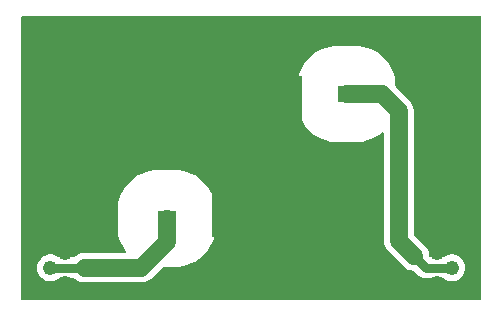
<source format=gtl>
G04 #@! TF.GenerationSoftware,KiCad,Pcbnew,8.0.3*
G04 #@! TF.CreationDate,2024-07-11T10:58:03+02:00*
G04 #@! TF.ProjectId,145MHz_BPF,3134354d-487a-45f4-9250-462e6b696361,rev?*
G04 #@! TF.SameCoordinates,Original*
G04 #@! TF.FileFunction,Copper,L1,Top*
G04 #@! TF.FilePolarity,Positive*
%FSLAX46Y46*%
G04 Gerber Fmt 4.6, Leading zero omitted, Abs format (unit mm)*
G04 Created by KiCad (PCBNEW 8.0.3) date 2024-07-11 10:58:03*
%MOMM*%
%LPD*%
G01*
G04 APERTURE LIST*
G04 Aperture macros list*
%AMRoundRect*
0 Rectangle with rounded corners*
0 $1 Rounding radius*
0 $2 $3 $4 $5 $6 $7 $8 $9 X,Y pos of 4 corners*
0 Add a 4 corners polygon primitive as box body*
4,1,4,$2,$3,$4,$5,$6,$7,$8,$9,$2,$3,0*
0 Add four circle primitives for the rounded corners*
1,1,$1+$1,$2,$3*
1,1,$1+$1,$4,$5*
1,1,$1+$1,$6,$7*
1,1,$1+$1,$8,$9*
0 Add four rect primitives between the rounded corners*
20,1,$1+$1,$2,$3,$4,$5,0*
20,1,$1+$1,$4,$5,$6,$7,0*
20,1,$1+$1,$6,$7,$8,$9,0*
20,1,$1+$1,$8,$9,$2,$3,0*%
G04 Aperture macros list end*
G04 #@! TA.AperFunction,SMDPad,CuDef*
%ADD10R,1.524000X1.397000*%
G04 #@! TD*
G04 #@! TA.AperFunction,ComponentPad*
%ADD11C,1.016000*%
G04 #@! TD*
G04 #@! TA.AperFunction,SMDPad,CuDef*
%ADD12R,13.208000X5.664200*%
G04 #@! TD*
G04 #@! TA.AperFunction,SMDPad,CuDef*
%ADD13R,18.796000X2.387600*%
G04 #@! TD*
G04 #@! TA.AperFunction,ComponentPad*
%ADD14C,1.240000*%
G04 #@! TD*
G04 #@! TA.AperFunction,ComponentPad*
%ADD15RoundRect,0.250000X-0.550000X-0.550000X0.550000X-0.550000X0.550000X0.550000X-0.550000X0.550000X0*%
G04 #@! TD*
G04 #@! TA.AperFunction,ViaPad*
%ADD16C,0.600000*%
G04 #@! TD*
G04 #@! TA.AperFunction,Conductor*
%ADD17C,1.500000*%
G04 #@! TD*
G04 #@! TA.AperFunction,Conductor*
%ADD18C,0.800000*%
G04 #@! TD*
G04 APERTURE END LIST*
D10*
X113080000Y-52094500D03*
X113080000Y-62635500D03*
D11*
X113842000Y-63715000D03*
X112318000Y-63715000D03*
X108762000Y-51015000D03*
X107238000Y-51015000D03*
D10*
X108000000Y-52094500D03*
X108000000Y-62635500D03*
D11*
X108762000Y-63715000D03*
X107238000Y-63715000D03*
X103682000Y-51015000D03*
X102158000Y-51015000D03*
D10*
X102920000Y-52094500D03*
X102920000Y-62635500D03*
D11*
X103682000Y-63715000D03*
X102158000Y-63715000D03*
X98602000Y-51015000D03*
X97078000Y-51015000D03*
D10*
X97840000Y-52094500D03*
D12*
X102666000Y-53339100D03*
D11*
X113080000Y-56730000D03*
X110540000Y-56730000D03*
X108000000Y-56730000D03*
X105460000Y-56730000D03*
X102920000Y-56730000D03*
X100380000Y-56730000D03*
X97840000Y-56730000D03*
D13*
X105460000Y-57365000D03*
D11*
X113080000Y-58000000D03*
X110540000Y-58000000D03*
X108000000Y-58000000D03*
X105460000Y-58000000D03*
X102920000Y-58000000D03*
X100380000Y-58000000D03*
X97840000Y-58000000D03*
D12*
X108254000Y-61390900D03*
D10*
X97840000Y-62635500D03*
D14*
X122000000Y-66800000D03*
X120730000Y-68070000D03*
X123270000Y-68070000D03*
X120730000Y-65530000D03*
X123270000Y-65530000D03*
D15*
X104700000Y-67000000D03*
X122000000Y-59800000D03*
X88000000Y-59800000D03*
D14*
X88000000Y-66800000D03*
X86730000Y-68070000D03*
X89270000Y-68070000D03*
X86730000Y-65530000D03*
X89270000Y-65530000D03*
D16*
X86000000Y-58000000D03*
X96000000Y-46000000D03*
X86000000Y-64000000D03*
X124000000Y-50000000D03*
X110000000Y-69000000D03*
X124000000Y-52000000D03*
X114000000Y-69000000D03*
X118000000Y-69000000D03*
X122000000Y-69000000D03*
X86000000Y-46000000D03*
X124000000Y-56000000D03*
X104000000Y-46000000D03*
X92000000Y-69000000D03*
X96000000Y-69000000D03*
X102000000Y-46000000D03*
X124000000Y-62000000D03*
X92000000Y-46000000D03*
X124000000Y-46000000D03*
X86000000Y-60000000D03*
X110000000Y-46000000D03*
X88000000Y-69000000D03*
X102000000Y-69000000D03*
X124000000Y-64000000D03*
X86000000Y-52000000D03*
X98000000Y-46000000D03*
X124000000Y-48000000D03*
X86000000Y-48000000D03*
X94000000Y-69000000D03*
X116000000Y-46000000D03*
X88000000Y-46000000D03*
X112000000Y-69000000D03*
X118000000Y-46000000D03*
X86000000Y-56000000D03*
X112000000Y-46000000D03*
X104000000Y-69000000D03*
X86000000Y-62000000D03*
X94000000Y-46000000D03*
X106000000Y-46000000D03*
X124000000Y-58000000D03*
X116000000Y-69000000D03*
X98000000Y-69000000D03*
X108000000Y-46000000D03*
X86000000Y-54000000D03*
X114000000Y-46000000D03*
X124000000Y-54000000D03*
X122000000Y-46000000D03*
X90000000Y-46000000D03*
X100000000Y-69000000D03*
X100000000Y-46000000D03*
X108000000Y-69000000D03*
X120000000Y-46000000D03*
X124000000Y-60000000D03*
X106000000Y-69000000D03*
X86000000Y-50000000D03*
D17*
X97840000Y-64660000D02*
X97840000Y-62635500D01*
X95700000Y-66800000D02*
X97840000Y-64660000D01*
D18*
X88000000Y-66800000D02*
X90300000Y-66800000D01*
D17*
X95700000Y-66800000D02*
X90900000Y-66800000D01*
X116094500Y-52094500D02*
X117500000Y-53500000D01*
X117500000Y-64500000D02*
X118800000Y-65800000D01*
D18*
X122000000Y-66800000D02*
X119800000Y-66800000D01*
D17*
X117500000Y-53500000D02*
X117500000Y-64500000D01*
D18*
X119800000Y-66800000D02*
X118800000Y-65800000D01*
D17*
X113080000Y-52094500D02*
X116094500Y-52094500D01*
G04 #@! TA.AperFunction,Conductor*
G36*
X124442539Y-45520185D02*
G01*
X124488294Y-45572989D01*
X124499500Y-45624500D01*
X124499500Y-69375500D01*
X124479815Y-69442539D01*
X124427011Y-69488294D01*
X124375500Y-69499500D01*
X85624500Y-69499500D01*
X85557461Y-69479815D01*
X85511706Y-69427011D01*
X85500500Y-69375500D01*
X85500500Y-66799999D01*
X86874700Y-66799999D01*
X86874700Y-66800000D01*
X86893859Y-67006772D01*
X86950688Y-67206502D01*
X86950693Y-67206515D01*
X87043252Y-67392397D01*
X87168390Y-67558107D01*
X87168392Y-67558110D01*
X87321850Y-67698005D01*
X87321852Y-67698006D01*
X87321855Y-67698009D01*
X87421609Y-67759774D01*
X87498407Y-67807325D01*
X87498409Y-67807326D01*
X87498411Y-67807327D01*
X87692047Y-67882342D01*
X87896170Y-67920500D01*
X87896172Y-67920500D01*
X88103828Y-67920500D01*
X88103830Y-67920500D01*
X88307953Y-67882342D01*
X88501589Y-67807327D01*
X88644125Y-67719072D01*
X88709402Y-67700500D01*
X89980664Y-67700500D01*
X90047703Y-67720185D01*
X90068345Y-67736819D01*
X90085354Y-67753828D01*
X90244595Y-67869524D01*
X90327455Y-67911743D01*
X90419970Y-67958882D01*
X90419972Y-67958882D01*
X90419975Y-67958884D01*
X90520317Y-67991487D01*
X90607173Y-68019709D01*
X90801578Y-68050500D01*
X90801583Y-68050500D01*
X95798422Y-68050500D01*
X95992826Y-68019709D01*
X96180026Y-67958884D01*
X96355405Y-67869524D01*
X96514646Y-67753828D01*
X97519455Y-66749019D01*
X97580778Y-66715534D01*
X97607136Y-66712700D01*
X98724070Y-66712700D01*
X98724078Y-66712700D01*
X98876614Y-66706500D01*
X98876621Y-66706499D01*
X98876622Y-66706499D01*
X98918977Y-66700728D01*
X99239635Y-66657039D01*
X99595181Y-66568619D01*
X99939083Y-66442276D01*
X100267309Y-66279491D01*
X100576010Y-66082173D01*
X100861568Y-65852635D01*
X101120635Y-65593568D01*
X101303434Y-65366154D01*
X101350170Y-65308014D01*
X101350176Y-65308005D01*
X101447716Y-65155405D01*
X101547491Y-64999309D01*
X101710276Y-64671083D01*
X101836619Y-64327181D01*
X101925039Y-63971635D01*
X101974500Y-63608614D01*
X101980700Y-63456078D01*
X101980700Y-61814922D01*
X101974500Y-61662386D01*
X101925039Y-61299365D01*
X101836619Y-60943819D01*
X101710276Y-60599917D01*
X101547491Y-60271691D01*
X101350173Y-59962990D01*
X101350170Y-59962985D01*
X101120643Y-59677442D01*
X101120635Y-59677432D01*
X100861568Y-59418365D01*
X100861557Y-59418356D01*
X100576014Y-59188829D01*
X100576005Y-59188823D01*
X100267312Y-58991511D01*
X100267302Y-58991505D01*
X99939090Y-58828727D01*
X99939087Y-58828726D01*
X99939083Y-58828724D01*
X99595181Y-58702381D01*
X99239635Y-58613961D01*
X99239631Y-58613960D01*
X99239630Y-58613960D01*
X98876622Y-58564500D01*
X98800346Y-58561400D01*
X98724078Y-58558300D01*
X96955922Y-58558300D01*
X96884140Y-58561217D01*
X96803377Y-58564500D01*
X96440369Y-58613960D01*
X96440366Y-58613960D01*
X96440365Y-58613961D01*
X96084819Y-58702381D01*
X95740912Y-58828726D01*
X95740909Y-58828727D01*
X95412697Y-58991505D01*
X95412687Y-58991511D01*
X95103994Y-59188823D01*
X95103985Y-59188829D01*
X94818442Y-59418356D01*
X94818426Y-59418370D01*
X94559370Y-59677426D01*
X94559356Y-59677442D01*
X94329829Y-59962985D01*
X94329823Y-59962994D01*
X94132511Y-60271687D01*
X94132505Y-60271697D01*
X93969727Y-60599909D01*
X93969726Y-60599912D01*
X93969724Y-60599917D01*
X93843381Y-60943819D01*
X93754961Y-61299365D01*
X93754960Y-61299369D01*
X93705500Y-61662377D01*
X93699300Y-61814929D01*
X93699300Y-63456070D01*
X93705500Y-63608622D01*
X93752970Y-63957022D01*
X93754961Y-63971635D01*
X93843381Y-64327181D01*
X93969724Y-64671083D01*
X93969726Y-64671087D01*
X93969727Y-64671090D01*
X94132505Y-64999302D01*
X94132511Y-64999312D01*
X94329823Y-65308005D01*
X94329829Y-65308014D01*
X94361821Y-65347813D01*
X94388480Y-65412397D01*
X94375990Y-65481141D01*
X94328316Y-65532220D01*
X94265174Y-65549500D01*
X90801578Y-65549500D01*
X90607173Y-65580290D01*
X90419970Y-65641117D01*
X90244594Y-65730476D01*
X90158993Y-65792670D01*
X90085354Y-65846172D01*
X90085352Y-65846174D01*
X90085351Y-65846174D01*
X90068345Y-65863181D01*
X90007022Y-65896666D01*
X89980664Y-65899500D01*
X88709402Y-65899500D01*
X88644125Y-65880927D01*
X88501592Y-65792674D01*
X88501583Y-65792670D01*
X88396584Y-65751994D01*
X88307953Y-65717658D01*
X88103830Y-65679500D01*
X87896170Y-65679500D01*
X87692047Y-65717658D01*
X87498416Y-65792670D01*
X87498407Y-65792674D01*
X87321856Y-65901990D01*
X87321850Y-65901994D01*
X87168392Y-66041889D01*
X87168390Y-66041892D01*
X87043252Y-66207602D01*
X86950693Y-66393484D01*
X86950688Y-66393497D01*
X86893859Y-66593227D01*
X86874700Y-66799999D01*
X85500500Y-66799999D01*
X85500500Y-51273929D01*
X108939300Y-51273929D01*
X108939300Y-52915070D01*
X108945500Y-53067622D01*
X108994960Y-53430630D01*
X108994961Y-53430635D01*
X109083381Y-53786181D01*
X109209724Y-54130083D01*
X109209726Y-54130087D01*
X109209727Y-54130090D01*
X109372505Y-54458302D01*
X109372511Y-54458312D01*
X109569823Y-54767005D01*
X109569829Y-54767014D01*
X109799356Y-55052557D01*
X109799365Y-55052568D01*
X110058432Y-55311635D01*
X110058442Y-55311643D01*
X110343985Y-55541170D01*
X110343994Y-55541176D01*
X110498340Y-55639832D01*
X110652691Y-55738491D01*
X110980917Y-55901276D01*
X111324819Y-56027619D01*
X111680365Y-56116039D01*
X111936890Y-56150990D01*
X112043377Y-56165499D01*
X112043379Y-56165499D01*
X112043386Y-56165500D01*
X112195922Y-56171700D01*
X112195930Y-56171700D01*
X113964070Y-56171700D01*
X113964078Y-56171700D01*
X114116614Y-56165500D01*
X114116621Y-56165499D01*
X114116622Y-56165499D01*
X114158977Y-56159728D01*
X114479635Y-56116039D01*
X114835181Y-56027619D01*
X115179083Y-55901276D01*
X115507309Y-55738491D01*
X115816010Y-55541173D01*
X116047815Y-55354842D01*
X116112396Y-55328185D01*
X116181141Y-55340675D01*
X116232219Y-55388349D01*
X116249500Y-55451491D01*
X116249500Y-64598422D01*
X116280290Y-64792826D01*
X116341117Y-64980030D01*
X116424968Y-65144595D01*
X116430476Y-65155405D01*
X116546172Y-65314646D01*
X117985355Y-66753829D01*
X118144595Y-66869524D01*
X118227454Y-66911742D01*
X118319969Y-66958882D01*
X118319971Y-66958882D01*
X118319974Y-66958884D01*
X118420318Y-66991487D01*
X118507173Y-67019709D01*
X118701579Y-67050500D01*
X118701584Y-67050500D01*
X118725639Y-67050500D01*
X118792678Y-67070185D01*
X118813320Y-67086819D01*
X119100536Y-67374035D01*
X119225965Y-67499464D01*
X119225966Y-67499465D01*
X119373446Y-67598009D01*
X119373450Y-67598011D01*
X119373453Y-67598013D01*
X119413607Y-67614645D01*
X119413608Y-67614646D01*
X119413609Y-67614646D01*
X119537334Y-67665895D01*
X119698766Y-67698005D01*
X119711304Y-67700499D01*
X119711308Y-67700500D01*
X119711309Y-67700500D01*
X119888692Y-67700500D01*
X121290598Y-67700500D01*
X121355875Y-67719073D01*
X121498407Y-67807325D01*
X121498409Y-67807326D01*
X121498411Y-67807327D01*
X121692047Y-67882342D01*
X121896170Y-67920500D01*
X121896172Y-67920500D01*
X122103828Y-67920500D01*
X122103830Y-67920500D01*
X122307953Y-67882342D01*
X122501589Y-67807327D01*
X122678145Y-67698009D01*
X122831607Y-67558110D01*
X122956749Y-67392394D01*
X123049311Y-67206505D01*
X123106140Y-67006773D01*
X123125300Y-66800000D01*
X123106140Y-66593227D01*
X123049311Y-66393495D01*
X122956749Y-66207606D01*
X122956748Y-66207605D01*
X122956747Y-66207602D01*
X122831609Y-66041892D01*
X122831607Y-66041889D01*
X122678149Y-65901994D01*
X122678143Y-65901990D01*
X122669544Y-65896666D01*
X122587994Y-65846172D01*
X122501592Y-65792674D01*
X122501583Y-65792670D01*
X122396584Y-65751994D01*
X122307953Y-65717658D01*
X122103830Y-65679500D01*
X121896170Y-65679500D01*
X121692047Y-65717658D01*
X121498416Y-65792670D01*
X121498407Y-65792674D01*
X121355875Y-65880927D01*
X121290598Y-65899500D01*
X120224362Y-65899500D01*
X120157323Y-65879815D01*
X120136680Y-65863180D01*
X120086818Y-65813317D01*
X120053334Y-65751994D01*
X120050500Y-65725637D01*
X120050500Y-65701578D01*
X120019709Y-65507173D01*
X119958882Y-65319969D01*
X119869523Y-65144594D01*
X119753829Y-64985355D01*
X118786819Y-64018345D01*
X118753334Y-63957022D01*
X118750500Y-63930664D01*
X118750500Y-53401577D01*
X118732586Y-53288483D01*
X118719709Y-53207174D01*
X118719708Y-53207170D01*
X118719708Y-53207169D01*
X118660391Y-53024612D01*
X118659329Y-53020847D01*
X118569523Y-52844594D01*
X118453828Y-52685354D01*
X117257019Y-51488545D01*
X117223534Y-51427222D01*
X117220700Y-51400864D01*
X117220700Y-51273929D01*
X117220700Y-51273922D01*
X117214500Y-51121386D01*
X117165039Y-50758365D01*
X117076619Y-50402819D01*
X116950276Y-50058917D01*
X116787491Y-49730691D01*
X116590173Y-49421990D01*
X116590170Y-49421985D01*
X116360643Y-49136442D01*
X116360635Y-49136432D01*
X116101568Y-48877365D01*
X116101557Y-48877356D01*
X115816014Y-48647829D01*
X115816005Y-48647823D01*
X115507312Y-48450511D01*
X115507302Y-48450505D01*
X115179090Y-48287727D01*
X115179087Y-48287726D01*
X115179083Y-48287724D01*
X114835181Y-48161381D01*
X114479635Y-48072961D01*
X114479631Y-48072960D01*
X114479630Y-48072960D01*
X114116622Y-48023500D01*
X114040346Y-48020400D01*
X113964078Y-48017300D01*
X112195922Y-48017300D01*
X112124140Y-48020217D01*
X112043377Y-48023500D01*
X111680369Y-48072960D01*
X111680366Y-48072960D01*
X111680365Y-48072961D01*
X111324819Y-48161381D01*
X110980912Y-48287726D01*
X110980909Y-48287727D01*
X110652697Y-48450505D01*
X110652687Y-48450511D01*
X110343994Y-48647823D01*
X110343985Y-48647829D01*
X110058442Y-48877356D01*
X110058426Y-48877370D01*
X109799370Y-49136426D01*
X109799356Y-49136442D01*
X109569829Y-49421985D01*
X109569823Y-49421994D01*
X109372511Y-49730687D01*
X109372505Y-49730697D01*
X109209727Y-50058909D01*
X109209726Y-50058912D01*
X109209724Y-50058917D01*
X109083381Y-50402819D01*
X108994961Y-50758365D01*
X108994960Y-50758369D01*
X108945500Y-51121377D01*
X108939300Y-51273929D01*
X85500500Y-51273929D01*
X85500500Y-45624500D01*
X85520185Y-45557461D01*
X85572989Y-45511706D01*
X85624500Y-45500500D01*
X124375500Y-45500500D01*
X124442539Y-45520185D01*
G37*
G04 #@! TD.AperFunction*
M02*

</source>
